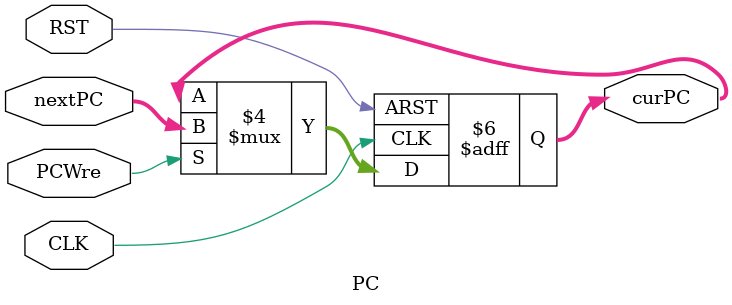
<source format=v>
`timescale 1ns / 1ps

module PC(
    input CLK,
    input RST,
    input PCWre,
    input [31:0] nextPC,
    output reg [31:0] curPC
    );
    
    always @( posedge CLK or negedge RST ) begin
        if (RST == 0) begin
            curPC <= 0;
        end
        else if (PCWre) begin
            curPC <= nextPC;
        end
        else begin
            curPC <= curPC;
        end
    end
   
endmodule
</source>
